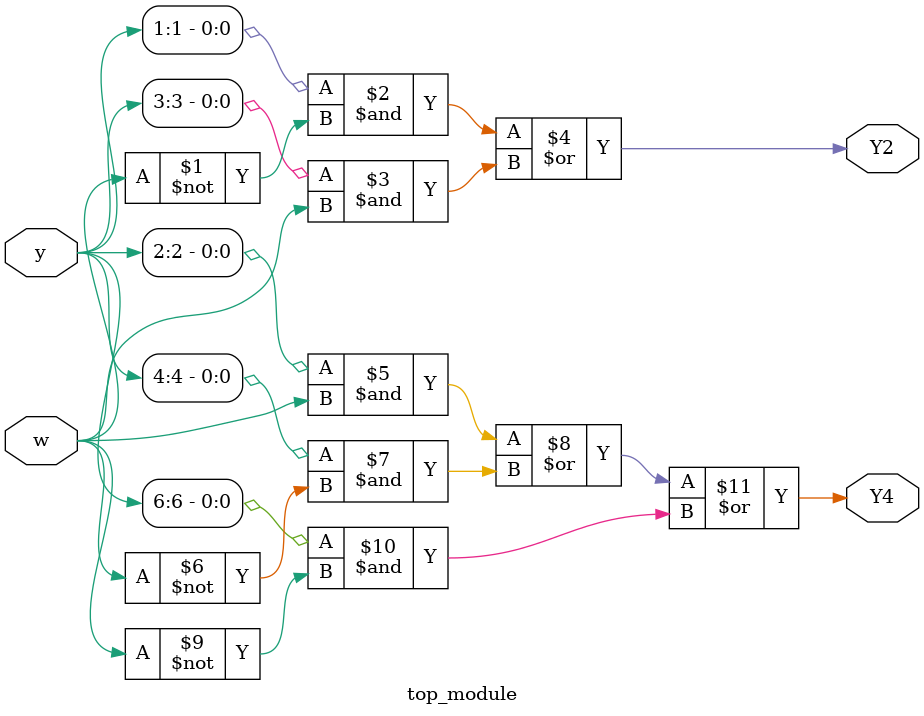
<source format=sv>
module top_module (
    input [6:1] y,
    input w,
    output Y2,
    output Y4
);

// Next-state logic for y[2] (state B and C)
assign Y2 = (y[1] & ~w) | (y[3] & w);

// Next-state logic for y[4] (state D, E, and F)
assign Y4 = (y[2] & w) | (y[4] & ~w) | (y[6] & ~w);

endmodule

</source>
